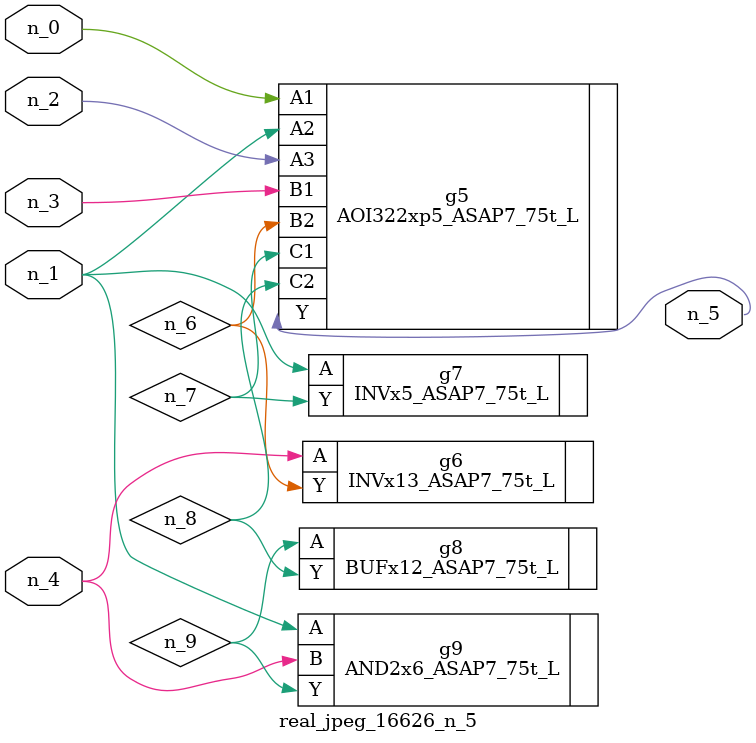
<source format=v>
module real_jpeg_16626_n_5 (n_4, n_0, n_1, n_2, n_3, n_5);

input n_4;
input n_0;
input n_1;
input n_2;
input n_3;

output n_5;

wire n_8;
wire n_6;
wire n_7;
wire n_9;

AOI322xp5_ASAP7_75t_L g5 ( 
.A1(n_0),
.A2(n_1),
.A3(n_2),
.B1(n_3),
.B2(n_6),
.C1(n_7),
.C2(n_8),
.Y(n_5)
);

INVx5_ASAP7_75t_L g7 ( 
.A(n_1),
.Y(n_7)
);

AND2x6_ASAP7_75t_L g9 ( 
.A(n_1),
.B(n_4),
.Y(n_9)
);

INVx13_ASAP7_75t_L g6 ( 
.A(n_4),
.Y(n_6)
);

BUFx12_ASAP7_75t_L g8 ( 
.A(n_9),
.Y(n_8)
);


endmodule
</source>
